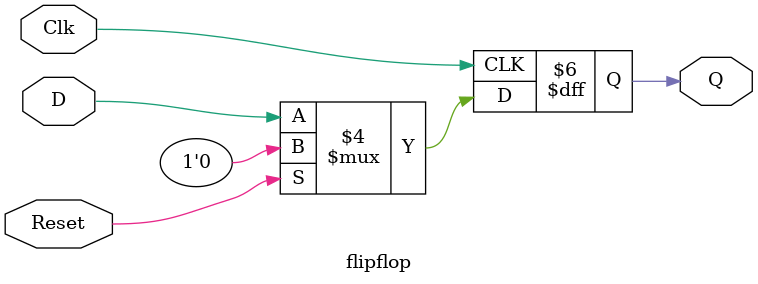
<source format=v>
module register8bit (SW,LEDR,KEY);
                input [9:0] SW;
                input [3:0] KEY;
                output [7:0] LEDR;
               reg [7:0] Out_Q;

               wire [7:0]rotatedata;
               wire [7:0]datatodff;
               wire [7:0]Q;
               wire endoneoutput;
               muxto1 endone(.x(Q[0]),.y(Q[7]),.s(KEY[3]),.m(endoneoutput));//select the most significant bit for repeat and  wrap around

muxto1 a1(.x(Q[6]),.y(endoneoutput),.s(KEY[2]),.m(rotatedata[7]));
muxto1 m1(.x(SW[7]),.y(rotatedata[7]),.s(KEY[1]),.m(datatodff[7]));
flipflop f1(datatodff[7],KEY[0],SW[9],Q[7]);

muxto1 a2(.x(Q[5]),.y(Q[7]),.s(KEY[2]),.m(rotatedata[6]));
 muxto1 m2(.x(SW[6]),.y(rotatedata[6]),.s(KEY[1]),.m(datatodff[6]));
flipflop f2(datatodff[6],KEY[0],SW[9],Q[6]);

muxto1 a3(.x(Q[4]),.y(Q[6]),.s(KEY[2]),.m(rotatedata[5]));
muxto1 m3(.x(SW[5]),.y(rotatedata[5]),.s(KEY[1]),.m(datatodff[5]));
flipflop f3(datatodff[5],KEY[0],SW[9],Q[5]);

muxto1 a4(.x(Q[3]),.y(Q[5]),.s(KEY[2]),.m(rotatedata[4]));
muxto1 m4(.x(SW[4]),.y(rotatedata[4]),.s(KEY[1]),.m(datatodff[4]));
flipflop f4(datatodff[4],KEY[0],SW[9],Q[4]);

muxto1 a5(.x(Q[2]),.y(Q[4]),.s(KEY[2]),.m(rotatedata[3]));
muxto1 m5(.x(SW[3]),.y(rotatedata[3]),.s(KEY[1]),.m(datatodff[3]));
flipflop f5(datatodff[3],KEY[0],SW[9],Q[3]);

 muxto1 a6(.x(Q[1]),.y(Q[3]),.s(KEY[2]),.m(rotatedata[2]));
 muxto1 m6(.x(SW[2]),.y(rotatedata[2]),.s(KEY[1]),.m(datatodff[2]));
flipflop f6(datatodff[2],KEY[0],SW[9],Q[2]);


muxto1 a7(.x(Q[0]),.y(Q[2]),.s(KEY[2]),.m(rotatedata[1]));
muxto1 m7(.x(SW[1]),.y(rotatedata[1]),.s(KEY[1]),.m(datatodff[1]));
flipflop f7(datatodff[1],KEY[0],SW[9],Q[1]);

muxto1 a8(.x(Q[7]),.y(Q[1]),.s(KEY[2]),.m(rotatedata[0]));
muxto1 m8(.x(SW[0]),.y(rotatedata[0]),.s(KEY[1]),.m(datatodff[0]));
flipflop f8(datatodff[0],KEY[0],SW[9],Q[0]);
assign LEDR[0]=Q[0];

	assign LEDR[1]=Q[1];

	assign LEDR[2]=Q[2];

	assign LEDR[3]=Q[3];

	assign LEDR[4]=Q[4];

	assign LEDR[5]=Q[5];

	assign LEDR[6]=Q[6];

	assign LEDR[7]=Q[7];

endmodule
	



//the mux module 
module muxto1(
    input x, //select 0
    input y, //select 1
    input s, //select signal
    output m //output
  );
    assign m = s & y | ~s & x;
    

endmodule



//module flip flop 
module flipflop(D,Clk,Reset,Q);
input D,Clk,Reset;
output reg Q;
always@(posedge Clk)

if (Reset==1'b1)
begin
Q<=0;
end

else
begin
Q<=D;
end
endmodule


</source>
